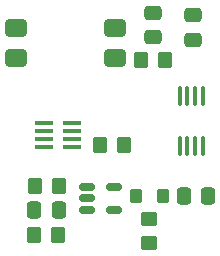
<source format=gtp>
G04 #@! TF.GenerationSoftware,KiCad,Pcbnew,7.0.2*
G04 #@! TF.CreationDate,2023-10-22T17:07:00+02:00*
G04 #@! TF.ProjectId,aansturing lamp pcb,61616e73-7475-4726-996e-67206c616d70,rev?*
G04 #@! TF.SameCoordinates,Original*
G04 #@! TF.FileFunction,Paste,Top*
G04 #@! TF.FilePolarity,Positive*
%FSLAX46Y46*%
G04 Gerber Fmt 4.6, Leading zero omitted, Abs format (unit mm)*
G04 Created by KiCad (PCBNEW 7.0.2) date 2023-10-22 17:07:00*
%MOMM*%
%LPD*%
G01*
G04 APERTURE LIST*
G04 Aperture macros list*
%AMRoundRect*
0 Rectangle with rounded corners*
0 $1 Rounding radius*
0 $2 $3 $4 $5 $6 $7 $8 $9 X,Y pos of 4 corners*
0 Add a 4 corners polygon primitive as box body*
4,1,4,$2,$3,$4,$5,$6,$7,$8,$9,$2,$3,0*
0 Add four circle primitives for the rounded corners*
1,1,$1+$1,$2,$3*
1,1,$1+$1,$4,$5*
1,1,$1+$1,$6,$7*
1,1,$1+$1,$8,$9*
0 Add four rect primitives between the rounded corners*
20,1,$1+$1,$2,$3,$4,$5,0*
20,1,$1+$1,$4,$5,$6,$7,0*
20,1,$1+$1,$6,$7,$8,$9,0*
20,1,$1+$1,$8,$9,$2,$3,0*%
G04 Aperture macros list end*
%ADD10RoundRect,0.250000X-0.350000X-0.450000X0.350000X-0.450000X0.350000X0.450000X-0.350000X0.450000X0*%
%ADD11RoundRect,0.250000X0.337500X0.475000X-0.337500X0.475000X-0.337500X-0.475000X0.337500X-0.475000X0*%
%ADD12RoundRect,0.250000X0.350000X0.450000X-0.350000X0.450000X-0.350000X-0.450000X0.350000X-0.450000X0*%
%ADD13RoundRect,0.375000X0.575000X0.375000X-0.575000X0.375000X-0.575000X-0.375000X0.575000X-0.375000X0*%
%ADD14RoundRect,0.250000X-0.337500X-0.475000X0.337500X-0.475000X0.337500X0.475000X-0.337500X0.475000X0*%
%ADD15RoundRect,0.150000X-0.512500X-0.150000X0.512500X-0.150000X0.512500X0.150000X-0.512500X0.150000X0*%
%ADD16RoundRect,0.250000X0.275000X0.350000X-0.275000X0.350000X-0.275000X-0.350000X0.275000X-0.350000X0*%
%ADD17RoundRect,0.250000X-0.475000X0.337500X-0.475000X-0.337500X0.475000X-0.337500X0.475000X0.337500X0*%
%ADD18R,1.524000X0.380000*%
%ADD19RoundRect,0.250000X-0.450000X0.350000X-0.450000X-0.350000X0.450000X-0.350000X0.450000X0.350000X0*%
%ADD20RoundRect,0.100000X-0.100000X0.712500X-0.100000X-0.712500X0.100000X-0.712500X0.100000X0.712500X0*%
G04 APERTURE END LIST*
D10*
X88360000Y-87790000D03*
X90360000Y-87790000D03*
D11*
X90347500Y-89780000D03*
X88272500Y-89780000D03*
D12*
X90281000Y-91948000D03*
X88281000Y-91948000D03*
D13*
X86781996Y-74422000D03*
X86781996Y-76962000D03*
X95081996Y-76962000D03*
X95081996Y-74422000D03*
D14*
X100943500Y-88646000D03*
X103018500Y-88646000D03*
D15*
X92732500Y-87860000D03*
X92732500Y-88810000D03*
X92732500Y-89760000D03*
X95007500Y-89760000D03*
X95007500Y-87860000D03*
D10*
X97340000Y-77100000D03*
X99340000Y-77100000D03*
X93853000Y-84328000D03*
X95853000Y-84328000D03*
D16*
X99194000Y-88646000D03*
X96894000Y-88646000D03*
D17*
X98340000Y-73072500D03*
X98340000Y-75147500D03*
D18*
X91465400Y-84414200D03*
X91465400Y-83764200D03*
X91465400Y-83113800D03*
X91465400Y-82463800D03*
X89128600Y-82463800D03*
X89128600Y-83113800D03*
X89128600Y-83764200D03*
X89128600Y-84414200D03*
D19*
X98044000Y-90567000D03*
X98044000Y-92567000D03*
D20*
X102545000Y-80177500D03*
X101895000Y-80177500D03*
X101245000Y-80177500D03*
X100595000Y-80177500D03*
X100595000Y-84402500D03*
X101245000Y-84402500D03*
X101895000Y-84402500D03*
X102545000Y-84402500D03*
D17*
X101710000Y-73312500D03*
X101710000Y-75387500D03*
M02*

</source>
